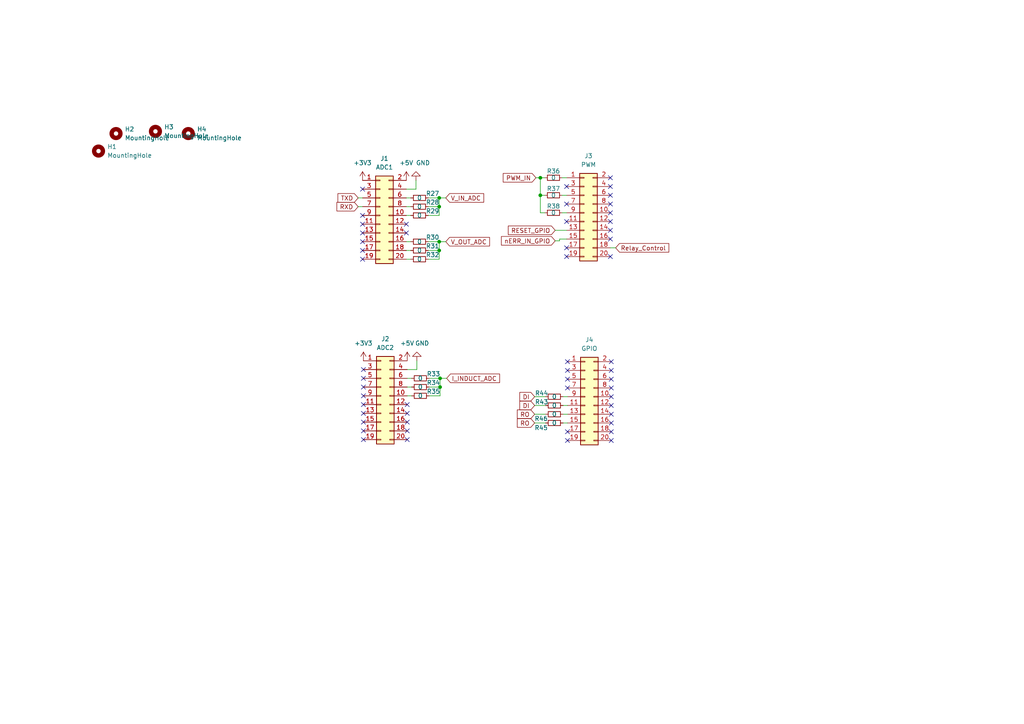
<source format=kicad_sch>
(kicad_sch (version 20211123) (generator eeschema)
  (paper "A4")
  (lib_symbols
    (symbol "Connector_Generic:Conn_02x10_Odd_Even" (pin_names (offset 1.016) hide)
      (property "Reference" "J" (at 1.27 12.7 0))
      (property "Value" "Conn_02x10_Odd_Even" (at 1.27 -15.24 0))
      (symbol "Conn_02x10_Odd_Even_1_1"
        (rectangle (start -1.27 -12.573) (end 0 -12.827) (stroke (width 0.1524)))
        (rectangle (start -1.27 -10.033) (end 0 -10.287) (stroke (width 0.1524)))
        (rectangle (start -1.27 -7.493) (end 0 -7.747) (stroke (width 0.1524)))
        (rectangle (start -1.27 -4.953) (end 0 -5.207) (stroke (width 0.1524)))
        (rectangle (start -1.27 -2.413) (end 0 -2.667) (stroke (width 0.1524)))
        (rectangle (start -1.27 0.127) (end 0 -0.127) (stroke (width 0.1524)))
        (rectangle (start -1.27 2.667) (end 0 2.413) (stroke (width 0.1524)))
        (rectangle (start -1.27 5.207) (end 0 4.953) (stroke (width 0.1524)))
        (rectangle (start -1.27 7.747) (end 0 7.493) (stroke (width 0.1524)))
        (rectangle (start -1.27 10.287) (end 0 10.033) (stroke (width 0.1524)))
        (rectangle (start -1.27 11.43) (end 3.81 -13.97) (stroke (width 0.254)) (fill (type background)))
        (rectangle (start 3.81 -12.573) (end 2.54 -12.827) (stroke (width 0.1524)))
        (rectangle (start 3.81 -10.033) (end 2.54 -10.287) (stroke (width 0.1524)))
        (rectangle (start 3.81 -7.493) (end 2.54 -7.747) (stroke (width 0.1524)))
        (rectangle (start 3.81 -4.953) (end 2.54 -5.207) (stroke (width 0.1524)))
        (rectangle (start 3.81 -2.413) (end 2.54 -2.667) (stroke (width 0.1524)))
        (rectangle (start 3.81 0.127) (end 2.54 -0.127) (stroke (width 0.1524)))
        (rectangle (start 3.81 2.667) (end 2.54 2.413) (stroke (width 0.1524)))
        (rectangle (start 3.81 5.207) (end 2.54 4.953) (stroke (width 0.1524)))
        (rectangle (start 3.81 7.747) (end 2.54 7.493) (stroke (width 0.1524)))
        (rectangle (start 3.81 10.287) (end 2.54 10.033) (stroke (width 0.1524)))
        (pin passive line (at -5.08 10.16 0) (length 3.81) (name "Pin_1") (number "1"))
        (pin passive line (at 7.62 0 180) (length 3.81) (name "Pin_10") (number "10"))
        (pin passive line (at -5.08 -2.54 0) (length 3.81) (name "Pin_11") (number "11"))
        (pin passive line (at 7.62 -2.54 180) (length 3.81) (name "Pin_12") (number "12"))
        (pin passive line (at -5.08 -5.08 0) (length 3.81) (name "Pin_13") (number "13"))
        (pin passive line (at 7.62 -5.08 180) (length 3.81) (name "Pin_14") (number "14"))
        (pin passive line (at -5.08 -7.62 0) (length 3.81) (name "Pin_15") (number "15"))
        (pin passive line (at 7.62 -7.62 180) (length 3.81) (name "Pin_16") (number "16"))
        (pin passive line (at -5.08 -10.16 0) (length 3.81) (name "Pin_17") (number "17"))
        (pin passive line (at 7.62 -10.16 180) (length 3.81) (name "Pin_18") (number "18"))
        (pin passive line (at -5.08 -12.7 0) (length 3.81) (name "Pin_19") (number "19"))
        (pin passive line (at 7.62 10.16 180) (length 3.81) (name "Pin_2") (number "2"))
        (pin passive line (at 7.62 -12.7 180) (length 3.81) (name "Pin_20") (number "20"))
        (pin passive line (at -5.08 7.62 0) (length 3.81) (name "Pin_3") (number "3"))
        (pin passive line (at 7.62 7.62 180) (length 3.81) (name "Pin_4") (number "4"))
        (pin passive line (at -5.08 5.08 0) (length 3.81) (name "Pin_5") (number "5"))
        (pin passive line (at 7.62 5.08 180) (length 3.81) (name "Pin_6") (number "6"))
        (pin passive line (at -5.08 2.54 0) (length 3.81) (name "Pin_7") (number "7"))
        (pin passive line (at 7.62 2.54 180) (length 3.81) (name "Pin_8") (number "8"))
        (pin passive line (at -5.08 0 0) (length 3.81) (name "Pin_9") (number "9"))
      )
    )
    (symbol "Device:R_Small" (pin_numbers hide) (pin_names (offset 0.254) hide)
      (property "Reference" "R" (at 0.762 0.508 0))
      (property "Value" "R_Small" (at 0.762 -1.016 0))
      (symbol "R_Small_0_1"
        (rectangle (start -0.762 1.778) (end 0.762 -1.778) (stroke (width 0.2032)))
      )
      (symbol "R_Small_1_1"
        (pin passive line (at 0 2.54 270) (length 0.762) (name "~") (number "1"))
        (pin passive line (at 0 -2.54 90) (length 0.762) (name "~") (number "2"))
      )
    )
    (symbol "Mechanical:MountingHole" (pin_names (offset 1.016))
      (property "Reference" "H" (at 0 5.08 0))
      (property "Value" "MountingHole" (at 0 3.175 0))
      (symbol "MountingHole_0_1"
        (circle (center 0 0) (radius 1.27) (stroke (width 1.27)))
      )
    )
    (symbol "power:+3.3V" (power) (pin_names (offset 0))
      (property "Value" "+3.3V" (at 0 3.556 0))
      (symbol "+3.3V_0_1"
        (polyline (pts (xy -0.762 1.27) (xy 0 2.54)))
        (polyline (pts (xy 0 0) (xy 0 2.54)))
        (polyline (pts (xy 0 2.54) (xy 0.762 1.27)))
      )
      (symbol "+3.3V_1_1"
        (pin power_in line (at 0 0 90) (length 0) hide (name "+3V3") (number "1"))
      )
    )
    (symbol "power:+5V" (power) (pin_names (offset 0))
      (property "Value" "+5V" (at 0 3.556 0))
      (symbol "+5V_0_1"
        (polyline (pts (xy -0.762 1.27) (xy 0 2.54)))
        (polyline (pts (xy 0 0) (xy 0 2.54)))
        (polyline (pts (xy 0 2.54) (xy 0.762 1.27)))
      )
      (symbol "+5V_1_1"
        (pin power_in line (at 0 0 90) (length 0) hide (name "+5V") (number "1"))
      )
    )
    (symbol "power:GND" (power) (pin_names (offset 0))
      (property "Value" "GND" (at 0 -3.81 0))
      (symbol "GND_0_1"
        (polyline (pts (xy 0 0) (xy 0 -1.27) (xy 1.27 -1.27) (xy 0 -2.54) (xy -1.27 -1.27) (xy 0 -1.27)))
      )
      (symbol "GND_1_1"
        (pin power_in line (at 0 0 270) (length 0) hide (name "GND") (number "1"))
      )
    )
  )
  (junction (at 156.718 56.642))
  (junction (at 127.381 57.404))
  (junction (at 127.381 72.644))
  (junction (at 127.635 109.728))
  (junction (at 127.635 112.268))
  (junction (at 127.381 70.104))
  (junction (at 127.381 59.944))
  (junction (at 156.718 51.562))
  (no_connect (at 164.592 127.762))
  (no_connect (at 164.592 125.222))
  (no_connect (at 177.292 120.142))
  (no_connect (at 177.292 127.762))
  (no_connect (at 164.592 109.982))
  (no_connect (at 164.592 112.522))
  (no_connect (at 164.592 104.902))
  (no_connect (at 164.592 107.442))
  (no_connect (at 177.292 125.222))
  (no_connect (at 177.292 122.682))
  (no_connect (at 177.292 117.602))
  (no_connect (at 177.292 115.062))
  (no_connect (at 177.292 109.982))
  (no_connect (at 177.292 104.902))
  (no_connect (at 177.292 107.442))
  (no_connect (at 177.292 112.522))
  (no_connect (at 164.338 74.422))
  (no_connect (at 177.038 64.262))
  (no_connect (at 177.038 66.802))
  (no_connect (at 177.038 74.422))
  (no_connect (at 177.038 69.342))
  (no_connect (at 177.038 54.102))
  (no_connect (at 177.038 56.642))
  (no_connect (at 177.038 51.562))
  (no_connect (at 177.038 59.182))
  (no_connect (at 177.038 61.722))
  (no_connect (at 118.11 117.348))
  (no_connect (at 118.11 127.508))
  (no_connect (at 118.11 124.968))
  (no_connect (at 118.11 122.428))
  (no_connect (at 118.11 119.888))
  (no_connect (at 105.41 107.188))
  (no_connect (at 105.41 109.728))
  (no_connect (at 105.41 114.808))
  (no_connect (at 105.41 112.268))
  (no_connect (at 105.41 127.508))
  (no_connect (at 105.41 124.968))
  (no_connect (at 105.41 122.428))
  (no_connect (at 105.41 119.888))
  (no_connect (at 105.41 117.348))
  (no_connect (at 105.156 70.104))
  (no_connect (at 105.156 72.644))
  (no_connect (at 105.156 75.184))
  (no_connect (at 105.156 67.564))
  (no_connect (at 105.156 65.024))
  (no_connect (at 105.156 54.864))
  (no_connect (at 105.156 62.484))
  (no_connect (at 164.338 71.882))
  (no_connect (at 117.856 67.564))
  (no_connect (at 117.856 65.024))
  (no_connect (at 164.338 54.102))
  (no_connect (at 164.338 59.182))
  (no_connect (at 164.338 64.262))
  (wire (pts (xy 103.886 59.944) (xy 105.156 59.944)))
  (wire (pts (xy 127.635 114.808) (xy 127.635 112.268)))
  (wire (pts (xy 118.11 107.188) (xy 120.904 107.188)))
  (wire (pts (xy 124.46 112.268) (xy 127.635 112.268)))
  (wire (pts (xy 127.635 112.268) (xy 127.635 109.728)))
  (wire (pts (xy 158.242 115.062) (xy 155.067 115.062)))
  (wire (pts (xy 120.65 54.864) (xy 120.65 52.324)))
  (wire (pts (xy 124.46 109.728) (xy 127.635 109.728)))
  (wire (pts (xy 120.904 107.188) (xy 120.904 104.648)))
  (wire (pts (xy 127.381 57.404) (xy 129.286 57.404)))
  (wire (pts (xy 117.856 62.484) (xy 119.126 62.484)))
  (wire (pts (xy 117.856 57.404) (xy 119.126 57.404)))
  (wire (pts (xy 124.206 62.484) (xy 127.381 62.484)))
  (wire (pts (xy 155.448 51.562) (xy 156.718 51.562)))
  (wire (pts (xy 162.306 69.85) (xy 162.306 69.342)))
  (wire (pts (xy 164.338 69.342) (xy 162.306 69.342)))
  (wire (pts (xy 127.381 62.484) (xy 127.381 59.944)))
  (wire (pts (xy 178.562 71.882) (xy 177.038 71.882)))
  (wire (pts (xy 124.206 75.184) (xy 127.381 75.184)))
  (wire (pts (xy 158.242 120.142) (xy 155.067 120.142)))
  (wire (pts (xy 156.718 51.562) (xy 156.718 56.642)))
  (wire (pts (xy 124.46 114.808) (xy 127.635 114.808)))
  (wire (pts (xy 124.206 57.404) (xy 127.381 57.404)))
  (wire (pts (xy 118.11 109.728) (xy 119.38 109.728)))
  (wire (pts (xy 117.856 75.184) (xy 119.126 75.184)))
  (wire (pts (xy 161.036 69.85) (xy 162.306 69.85)))
  (wire (pts (xy 118.11 112.268) (xy 119.38 112.268)))
  (wire (pts (xy 164.592 117.602) (xy 163.322 117.602)))
  (wire (pts (xy 156.718 61.722) (xy 156.718 56.642)))
  (wire (pts (xy 127.381 72.644) (xy 127.381 70.104)))
  (wire (pts (xy 117.856 54.864) (xy 120.65 54.864)))
  (wire (pts (xy 103.886 57.404) (xy 105.156 57.404)))
  (wire (pts (xy 164.592 115.062) (xy 163.322 115.062)))
  (wire (pts (xy 117.856 72.644) (xy 119.126 72.644)))
  (wire (pts (xy 118.11 114.808) (xy 119.38 114.808)))
  (wire (pts (xy 127.381 70.104) (xy 129.286 70.104)))
  (wire (pts (xy 156.718 56.642) (xy 157.988 56.642)))
  (wire (pts (xy 163.068 56.642) (xy 164.338 56.642)))
  (wire (pts (xy 164.592 120.142) (xy 163.322 120.142)))
  (wire (pts (xy 161.036 66.802) (xy 164.338 66.802)))
  (wire (pts (xy 117.856 59.944) (xy 119.126 59.944)))
  (wire (pts (xy 158.242 122.682) (xy 155.067 122.682)))
  (wire (pts (xy 117.856 70.104) (xy 119.126 70.104)))
  (wire (pts (xy 127.635 109.728) (xy 129.54 109.728)))
  (wire (pts (xy 158.242 117.602) (xy 155.067 117.602)))
  (wire (pts (xy 164.592 122.682) (xy 163.322 122.682)))
  (wire (pts (xy 124.206 59.944) (xy 127.381 59.944)))
  (wire (pts (xy 163.068 61.722) (xy 164.338 61.722)))
  (wire (pts (xy 124.206 72.644) (xy 127.381 72.644)))
  (wire (pts (xy 156.718 51.562) (xy 157.988 51.562)))
  (wire (pts (xy 163.068 51.562) (xy 164.338 51.562)))
  (wire (pts (xy 127.381 75.184) (xy 127.381 72.644)))
  (wire (pts (xy 124.206 70.104) (xy 127.381 70.104)))
  (wire (pts (xy 157.988 61.722) (xy 156.718 61.722)))
  (wire (pts (xy 127.381 59.944) (xy 127.381 57.404)))
  (global_label "DI" (shape input) (at 155.067 117.602 180) (property "Intersheet References" "${INTERSHEET_REFS}" (effects hide)))
  (global_label "RO" (shape input) (at 155.067 122.682 180) (property "Intersheet References" "${INTERSHEET_REFS}" (effects hide)))
  (global_label "RESET_GPIO" (shape input) (at 161.036 66.802 180) (property "Intersheet References" "${INTERSHEET_REFS}" (effects hide)))
  (global_label "V_IN_ADC" (shape input) (at 129.286 57.404 0) (property "Intersheet References" "${INTERSHEET_REFS}" (effects hide)))
  (global_label "PWM_IN" (shape input) (at 155.448 51.562 180) (property "Intersheet References" "${INTERSHEET_REFS}" (effects hide)))
  (global_label "nERR_IN_GPIO" (shape input) (at 161.036 69.85 180) (property "Intersheet References" "${INTERSHEET_REFS}" (effects hide)))
  (global_label "DI" (shape input) (at 155.067 115.062 180) (property "Intersheet References" "${INTERSHEET_REFS}" (effects hide)))
  (global_label "Relay_Control" (shape input) (at 178.562 71.882 0) (property "Intersheet References" "${INTERSHEET_REFS}" (effects hide)))
  (global_label "RO" (shape input) (at 155.067 120.142 180) (property "Intersheet References" "${INTERSHEET_REFS}" (effects hide)))
  (global_label "V_OUT_ADC" (shape input) (at 129.286 70.104 0) (property "Intersheet References" "${INTERSHEET_REFS}" (effects hide)))
  (global_label "I_INDUCT_ADC" (shape input) (at 129.54 109.728 0) (property "Intersheet References" "${INTERSHEET_REFS}" (effects hide)))
  (global_label "TXD" (shape input) (at 103.886 57.404 180) (property "Intersheet References" "${INTERSHEET_REFS}" (effects hide)))
  (global_label "RXD" (shape input) (at 103.886 59.944 180) (property "Intersheet References" "${INTERSHEET_REFS}" (effects hide)))
  (symbol (lib_id "Device:R_Small") (at 121.92 114.808 270) (unit 1)
    (property "Reference" "R35" (at 125.73 113.538 90))
    (property "Value" "0" (at 121.92 114.808 90))
    (property "Footprint" "Resistor_SMD:R_0805_2012Metric_Pad1.20x1.40mm_HandSolder" (effects hide))
  )
  (symbol (lib_id "Device:R_Small") (at 121.666 72.644 270) (unit 1)
    (property "Reference" "R31" (at 125.476 71.374 90))
    (property "Value" "0" (at 121.666 72.644 90))
    (property "Footprint" "Resistor_SMD:R_0805_2012Metric_Pad1.20x1.40mm_HandSolder" (effects hide))
  )
  (symbol (lib_id "power:+5V") (at 117.856 52.324 0) (unit 1)
    (property "Reference" "#PWR03" (effects hide))
    (property "Value" "+5V" (at 117.856 47.244 0))
  )
  (symbol (lib_id "Device:R_Small") (at 160.528 51.562 270) (unit 1)
    (property "Reference" "R36" (at 160.528 49.657 90))
    (property "Value" "0" (at 160.528 51.562 90))
    (property "Footprint" "Resistor_SMD:R_0805_2012Metric_Pad1.20x1.40mm_HandSolder" (effects hide))
  )
  (symbol (lib_id "Mechanical:MountingHole") (at 45.085 38.1 0) (unit 1)
    (property "Reference" "H3" (at 47.625 36.8299 0) (effects (justify left)))
    (property "Value" "MountingHole" (at 47.625 39.3699 0) (effects (justify left)))
    (property "Footprint" "MountingHole:MountingHole_3.2mm_M3" (effects hide))
  )
  (symbol (lib_id "Device:R_Small") (at 160.528 61.722 270) (unit 1)
    (property "Reference" "R38" (at 160.528 59.817 90))
    (property "Value" "0" (at 160.528 61.722 90))
    (property "Footprint" "Resistor_SMD:R_0805_2012Metric_Pad1.20x1.40mm_HandSolder" (effects hide))
  )
  (symbol (lib_id "power:GND") (at 120.904 104.648 180) (unit 1)
    (property "Reference" "#PWR06" (effects hide))
    (property "Value" "GND" (at 122.428 99.568 0))
  )
  (symbol (lib_id "Device:R_Small") (at 121.92 109.728 270) (unit 1)
    (property "Reference" "R33" (at 125.73 108.458 90))
    (property "Value" "0" (at 121.92 109.728 90))
    (property "Footprint" "Resistor_SMD:R_0805_2012Metric_Pad1.20x1.40mm_HandSolder" (effects hide))
  )
  (symbol (lib_id "Device:R_Small") (at 160.782 122.682 90) (unit 1)
    (property "Reference" "R45" (at 156.972 124.079 90))
    (property "Value" "0" (at 160.782 122.682 90))
    (property "Footprint" "Resistor_SMD:R_0805_2012Metric_Pad1.20x1.40mm_HandSolder" (effects hide))
  )
  (symbol (lib_id "Connector_Generic:Conn_02x10_Odd_Even") (at 110.236 62.484 0) (unit 1)
    (property "Reference" "J1" (at 111.506 45.974 0))
    (property "Value" "ADC1" (at 111.506 48.514 0))
    (property "Footprint" "Connector_PinHeader_2.54mm:PinHeader_2x10_P2.54mm_Vertical" (effects hide))
  )
  (symbol (lib_id "Device:R_Small") (at 160.528 56.642 270) (unit 1)
    (property "Reference" "R37" (at 160.528 54.737 90))
    (property "Value" "0" (at 160.528 56.642 90))
    (property "Footprint" "Resistor_SMD:R_0805_2012Metric_Pad1.20x1.40mm_HandSolder" (effects hide))
  )
  (symbol (lib_id "Connector_Generic:Conn_02x10_Odd_Even") (at 169.672 115.062 0) (unit 1)
    (property "Reference" "J4" (at 170.942 98.552 0))
    (property "Value" "GPIO" (at 170.942 101.092 0))
    (property "Footprint" "Connector_PinHeader_2.54mm:PinHeader_2x10_P2.54mm_Vertical" (effects hide))
  )
  (symbol (lib_id "Device:R_Small") (at 121.666 57.404 270) (unit 1)
    (property "Reference" "R27" (at 125.476 56.134 90))
    (property "Value" "0" (at 121.666 57.404 90))
    (property "Footprint" "Resistor_SMD:R_0805_2012Metric_Pad1.20x1.40mm_HandSolder" (effects hide))
  )
  (symbol (lib_id "power:GND") (at 120.65 52.324 180) (unit 1)
    (property "Reference" "#PWR05" (effects hide))
    (property "Value" "GND" (at 122.682 47.244 0))
  )
  (symbol (lib_id "Device:R_Small") (at 121.666 62.484 270) (unit 1)
    (property "Reference" "R29" (at 125.476 61.214 90))
    (property "Value" "0" (at 121.666 62.484 90))
    (property "Footprint" "Resistor_SMD:R_0805_2012Metric_Pad1.20x1.40mm_HandSolder" (effects hide))
  )
  (symbol (lib_id "Connector_Generic:Conn_02x10_Odd_Even") (at 110.49 114.808 0) (unit 1)
    (property "Reference" "J2" (at 111.76 98.298 0))
    (property "Value" "ADC2" (at 111.76 100.838 0))
    (property "Footprint" "Connector_PinHeader_2.54mm:PinHeader_2x10_P2.54mm_Vertical" (effects hide))
  )
  (symbol (lib_id "Connector_Generic:Conn_02x10_Odd_Even") (at 169.418 61.722 0) (unit 1)
    (property "Reference" "J3" (at 170.688 45.212 0))
    (property "Value" "PWM" (at 170.688 47.752 0))
    (property "Footprint" "Connector_PinHeader_2.54mm:PinHeader_2x10_P2.54mm_Vertical" (effects hide))
  )
  (symbol (lib_id "Device:R_Small") (at 121.666 59.944 270) (unit 1)
    (property "Reference" "R28" (at 125.476 58.674 90))
    (property "Value" "0" (at 121.666 59.944 90))
    (property "Footprint" "Resistor_SMD:R_0805_2012Metric_Pad1.20x1.40mm_HandSolder" (effects hide))
  )
  (symbol (lib_id "Device:R_Small") (at 121.666 70.104 270) (unit 1)
    (property "Reference" "R30" (at 125.476 68.834 90))
    (property "Value" "0" (at 121.666 70.104 90))
    (property "Footprint" "Resistor_SMD:R_0805_2012Metric_Pad1.20x1.40mm_HandSolder" (effects hide))
  )
  (symbol (lib_id "Device:R_Small") (at 121.666 75.184 270) (unit 1)
    (property "Reference" "R32" (at 125.476 73.914 90))
    (property "Value" "0" (at 121.666 75.184 90))
    (property "Footprint" "Resistor_SMD:R_0805_2012Metric_Pad1.20x1.40mm_HandSolder" (effects hide))
  )
  (symbol (lib_id "power:+3.3V") (at 105.156 52.324 0) (unit 1)
    (property "Reference" "#PWR01" (effects hide))
    (property "Value" "+3.3V" (at 105.156 47.244 0))
  )
  (symbol (lib_id "Mechanical:MountingHole") (at 33.655 38.735 0) (unit 1)
    (property "Reference" "H2" (at 36.195 37.4649 0) (effects (justify left)))
    (property "Value" "MountingHole" (at 36.195 40.0049 0) (effects (justify left)))
    (property "Footprint" "MountingHole:MountingHole_3.2mm_M3" (effects hide))
  )
  (symbol (lib_id "power:+5V") (at 118.11 104.648 0) (unit 1)
    (property "Reference" "#PWR04" (effects hide))
    (property "Value" "+5V" (at 118.11 99.568 0))
  )
  (symbol (lib_id "power:+3.3V") (at 105.41 104.648 0) (unit 1)
    (property "Reference" "#PWR02" (effects hide))
    (property "Value" "+3.3V" (at 105.41 99.568 0))
  )
  (symbol (lib_id "Device:R_Small") (at 160.782 115.062 90) (unit 1)
    (property "Reference" "R44" (at 157.099 114.046 90))
    (property "Value" "0" (at 160.782 115.062 90))
    (property "Footprint" "Resistor_SMD:R_0805_2012Metric_Pad1.20x1.40mm_HandSolder" (effects hide))
  )
  (symbol (lib_id "Mechanical:MountingHole") (at 28.575 43.815 0) (unit 1)
    (property "Reference" "H1" (at 31.115 42.5449 0) (effects (justify left)))
    (property "Value" "MountingHole" (at 31.115 45.0849 0) (effects (justify left)))
    (property "Footprint" "MountingHole:MountingHole_3.2mm_M3" (effects hide))
  )
  (symbol (lib_id "Device:R_Small") (at 160.782 120.142 90) (unit 1)
    (property "Reference" "R46" (at 156.972 121.412 90))
    (property "Value" "0" (at 160.782 120.142 90))
    (property "Footprint" "Resistor_SMD:R_0805_2012Metric_Pad1.20x1.40mm_HandSolder" (effects hide))
  )
  (symbol (lib_id "Device:R_Small") (at 121.92 112.268 270) (unit 1)
    (property "Reference" "R34" (at 125.73 110.998 90))
    (property "Value" "0" (at 121.92 112.268 90))
    (property "Footprint" "Resistor_SMD:R_0805_2012Metric_Pad1.20x1.40mm_HandSolder" (effects hide))
  )
  (symbol (lib_id "Device:R_Small") (at 160.782 117.602 90) (unit 1)
    (property "Reference" "R43" (at 157.099 116.586 90))
    (property "Value" "0" (at 160.782 117.602 90))
    (property "Footprint" "Resistor_SMD:R_0805_2012Metric_Pad1.20x1.40mm_HandSolder" (effects hide))
  )
  (symbol (lib_id "Mechanical:MountingHole") (at 54.61 38.735 0) (unit 1)
    (property "Reference" "H4" (at 57.15 37.4649 0) (effects (justify left)))
    (property "Value" "MountingHole" (at 57.15 40.0049 0) (effects (justify left)))
    (property "Footprint" "MountingHole:MountingHole_3.2mm_M3" (effects hide))
  )
)
</source>
